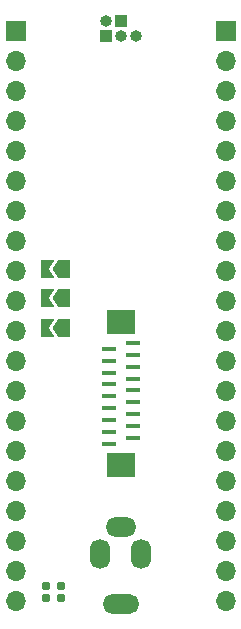
<source format=gbr>
%TF.GenerationSoftware,KiCad,Pcbnew,8.0.4-unknown-202407232306~396e531e7c~ubuntu22.04.1*%
%TF.CreationDate,2024-09-04T14:27:01+01:00*%
%TF.ProjectId,CONTROLLER_pico,434f4e54-524f-44c4-9c45-525f7069636f,rev?*%
%TF.SameCoordinates,Original*%
%TF.FileFunction,Soldermask,Bot*%
%TF.FilePolarity,Negative*%
%FSLAX46Y46*%
G04 Gerber Fmt 4.6, Leading zero omitted, Abs format (unit mm)*
G04 Created by KiCad (PCBNEW 8.0.4-unknown-202407232306~396e531e7c~ubuntu22.04.1) date 2024-09-04 14:27:01*
%MOMM*%
%LPD*%
G01*
G04 APERTURE LIST*
G04 Aperture macros list*
%AMRoundRect*
0 Rectangle with rounded corners*
0 $1 Rounding radius*
0 $2 $3 $4 $5 $6 $7 $8 $9 X,Y pos of 4 corners*
0 Add a 4 corners polygon primitive as box body*
4,1,4,$2,$3,$4,$5,$6,$7,$8,$9,$2,$3,0*
0 Add four circle primitives for the rounded corners*
1,1,$1+$1,$2,$3*
1,1,$1+$1,$4,$5*
1,1,$1+$1,$6,$7*
1,1,$1+$1,$8,$9*
0 Add four rect primitives between the rounded corners*
20,1,$1+$1,$2,$3,$4,$5,0*
20,1,$1+$1,$4,$5,$6,$7,0*
20,1,$1+$1,$6,$7,$8,$9,0*
20,1,$1+$1,$8,$9,$2,$3,0*%
%AMFreePoly0*
4,1,6,1.000000,0.000000,0.500000,-0.750000,-0.500000,-0.750000,-0.500000,0.750000,0.500000,0.750000,1.000000,0.000000,1.000000,0.000000,$1*%
%AMFreePoly1*
4,1,6,0.500000,-0.750000,-0.650000,-0.750000,-0.150000,0.000000,-0.650000,0.750000,0.500000,0.750000,0.500000,-0.750000,0.500000,-0.750000,$1*%
G04 Aperture macros list end*
%ADD10RoundRect,0.800000X0.050000X0.450000X-0.050000X0.450000X-0.050000X-0.450000X0.050000X-0.450000X0*%
%ADD11RoundRect,0.800000X-0.450000X0.050000X-0.450000X-0.050000X0.450000X-0.050000X0.450000X0.050000X0*%
%ADD12RoundRect,0.800000X-0.700000X0.050000X-0.700000X-0.050000X0.700000X-0.050000X0.700000X0.050000X0*%
%ADD13R,1.000000X1.000000*%
%ADD14O,1.000000X1.000000*%
%ADD15R,1.700000X1.700000*%
%ADD16O,1.700000X1.700000*%
%ADD17FreePoly0,180.000000*%
%ADD18FreePoly1,180.000000*%
%ADD19R,1.200000X0.400000*%
%ADD20R,2.400000X2.000000*%
%ADD21RoundRect,0.160000X0.197500X0.160000X-0.197500X0.160000X-0.197500X-0.160000X0.197500X-0.160000X0*%
G04 APERTURE END LIST*
D10*
%TO.C,J2*%
X98250000Y-106145000D03*
D11*
X100000000Y-103845000D03*
D10*
X101750000Y-106145000D03*
D12*
X100000000Y-110345000D03*
%TD*%
D13*
%TO.C,J3*%
X98729999Y-62270000D03*
D14*
X100000000Y-62270000D03*
X101269999Y-62270000D03*
%TD*%
D13*
%TO.C,J1*%
X100000000Y-61000000D03*
D14*
X98729999Y-61000000D03*
%TD*%
D15*
%TO.C,J5*%
X108890000Y-61870000D03*
D16*
X108890000Y-64410000D03*
X108890000Y-66950000D03*
X108890000Y-69490000D03*
X108890000Y-72030000D03*
X108890000Y-74570000D03*
X108890000Y-77110000D03*
X108890000Y-79650000D03*
X108890000Y-82190000D03*
X108890000Y-84730000D03*
X108890000Y-87270000D03*
X108890000Y-89810000D03*
X108890000Y-92350000D03*
X108890000Y-94890000D03*
X108890000Y-97430000D03*
X108890000Y-99970000D03*
X108890000Y-102510000D03*
X108890000Y-105050000D03*
X108890000Y-107590000D03*
X108890000Y-110130000D03*
%TD*%
D15*
%TO.C,J4*%
X91110000Y-61870000D03*
D16*
X91110000Y-64410000D03*
X91110000Y-66950000D03*
X91110000Y-69490000D03*
X91110000Y-72030000D03*
X91110000Y-74570000D03*
X91110000Y-77110000D03*
X91110000Y-79650000D03*
X91110000Y-82190000D03*
X91110000Y-84730000D03*
X91110000Y-87270000D03*
X91110000Y-89810000D03*
X91110000Y-92350000D03*
X91110000Y-94890000D03*
X91110000Y-97430000D03*
X91110000Y-99970000D03*
X91110000Y-102510000D03*
X91110000Y-105050000D03*
X91110000Y-107590000D03*
X91110000Y-110130000D03*
%TD*%
D17*
%TO.C,JP2*%
X95224999Y-82000000D03*
D18*
X93775001Y-82000000D03*
%TD*%
D19*
%TO.C,FPC1*%
X101000000Y-88260000D03*
X99000000Y-88760000D03*
X101000000Y-89260000D03*
X99000000Y-89760000D03*
X101000000Y-90260000D03*
X99000000Y-90760000D03*
X101000000Y-91260000D03*
X99000000Y-91760000D03*
X101000000Y-92260000D03*
X99000000Y-92760000D03*
X101000000Y-93260000D03*
X99000000Y-93760000D03*
X101000000Y-94260000D03*
X99000000Y-94760000D03*
X101000000Y-95260000D03*
X99000000Y-95760000D03*
X101000000Y-96260000D03*
X99000000Y-96760000D03*
D20*
X100000000Y-98540000D03*
X100000000Y-86460000D03*
%TD*%
D17*
%TO.C,JP3*%
X95225000Y-84450000D03*
D18*
X93775000Y-84450000D03*
%TD*%
D21*
%TO.C,R2*%
X94897500Y-108800000D03*
X93702500Y-108800000D03*
%TD*%
D17*
%TO.C,JP4*%
X95225000Y-87000000D03*
D18*
X93775000Y-87000000D03*
%TD*%
D21*
%TO.C,R1*%
X94897500Y-109800000D03*
X93702500Y-109800000D03*
%TD*%
M02*

</source>
